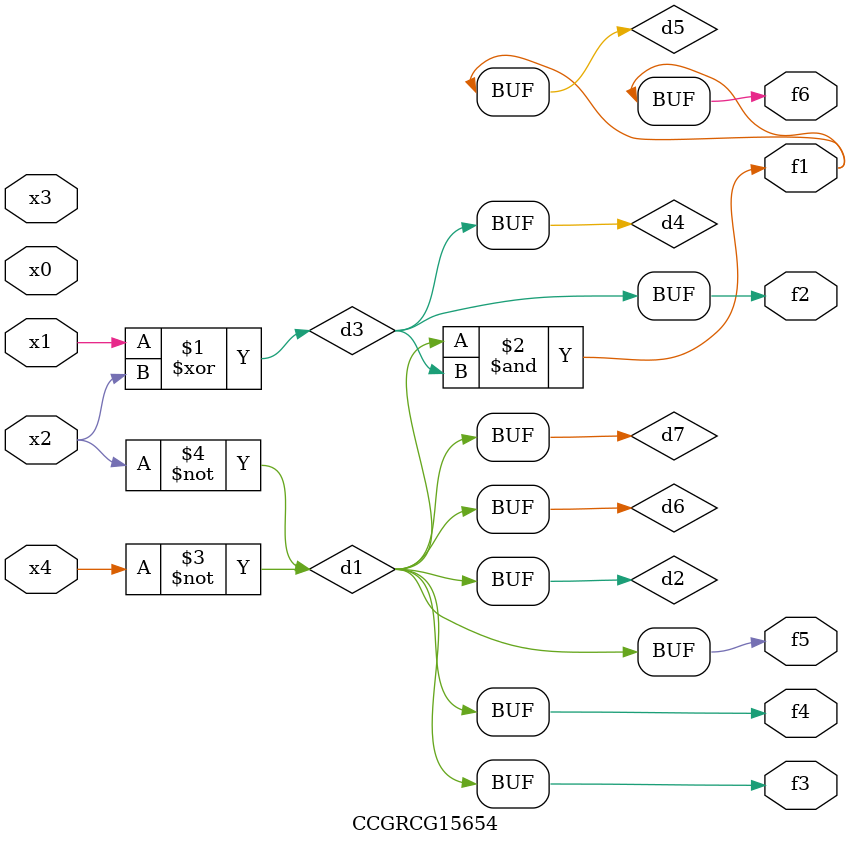
<source format=v>
module CCGRCG15654(
	input x0, x1, x2, x3, x4,
	output f1, f2, f3, f4, f5, f6
);

	wire d1, d2, d3, d4, d5, d6, d7;

	not (d1, x4);
	not (d2, x2);
	xor (d3, x1, x2);
	buf (d4, d3);
	and (d5, d1, d3);
	buf (d6, d1, d2);
	buf (d7, d2);
	assign f1 = d5;
	assign f2 = d4;
	assign f3 = d7;
	assign f4 = d7;
	assign f5 = d7;
	assign f6 = d5;
endmodule

</source>
